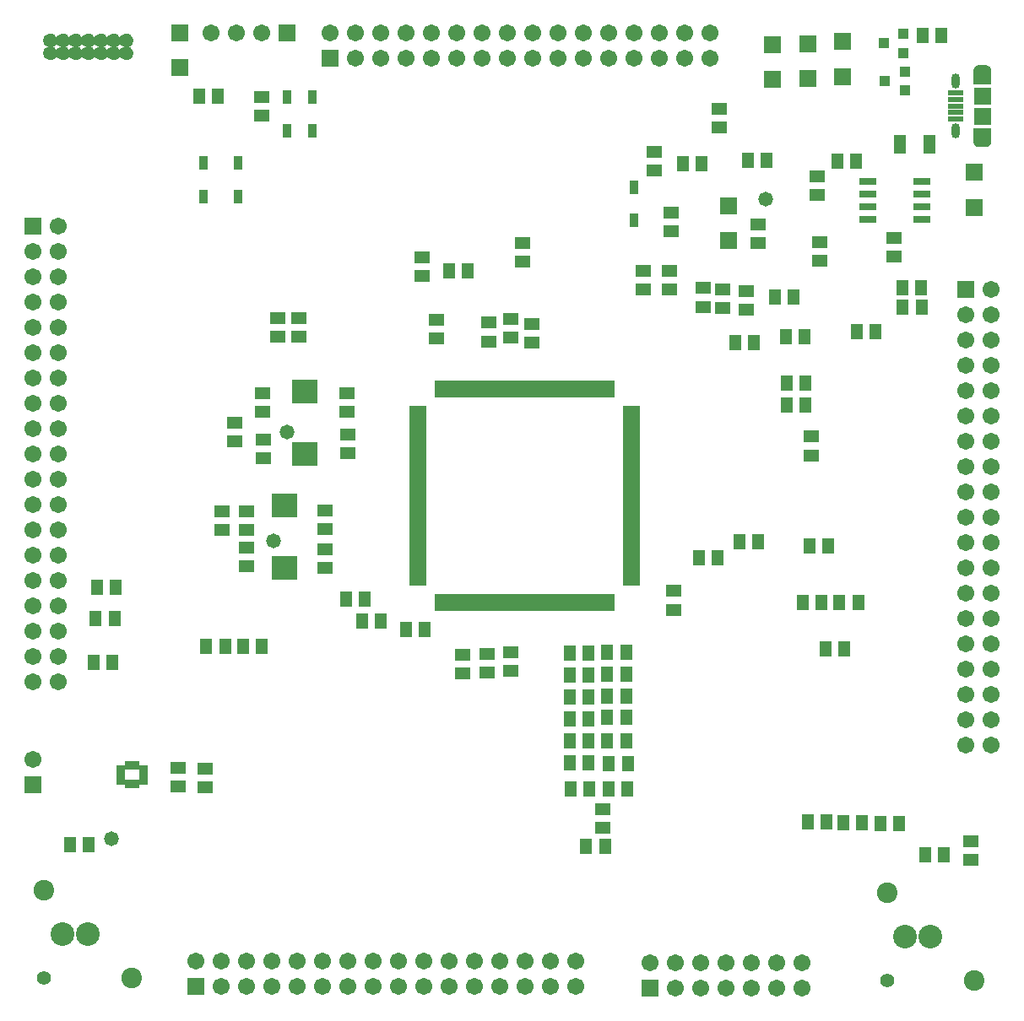
<source format=gts>
%FSTAX23Y23*%
%MOIN*%
%SFA1B1*%

%IPPOS*%
%ADD33C,0.000000*%
%ADD34R,0.063000X0.048000*%
%ADD35R,0.032020X0.021780*%
%ADD36R,0.021780X0.032020*%
%ADD37R,0.048000X0.063000*%
%ADD38R,0.065090X0.019810*%
%ADD39R,0.019810X0.065090*%
%ADD40R,0.043430X0.039500*%
%ADD41R,0.065090X0.031620*%
%ADD42R,0.067060X0.067060*%
%ADD43R,0.038000X0.056000*%
%ADD44R,0.102490X0.094610*%
%ADD45R,0.061150X0.023750*%
%ADD46R,0.069020X0.067060*%
%ADD47R,0.049340X0.075720*%
%ADD48C,0.067060*%
%ADD49R,0.067060X0.067060*%
%ADD50C,0.053000*%
%ADD51O,0.033590X0.059180*%
%ADD52O,0.069020X0.038510*%
%ADD53C,0.081230*%
%ADD54C,0.055240*%
%ADD55C,0.093630*%
%ADD56C,0.058000*%
%LNnucleoclone-1*%
%LPD*%
G36*
X0378Y03413D02*
Y03468D01*
X03849*
Y03413*
X03849Y03412*
X03849Y03411*
X03849Y0341*
X03848Y03409*
X03848Y03408*
X03848Y03407*
X03848Y03406*
X03847Y03405*
X03847Y03404*
X03846Y03403*
X03846Y03402*
X03845Y03401*
X03845Y03401*
X03844Y034*
X03843Y03399*
X03842Y03398*
X03842Y03398*
X03841Y03397*
X0384Y03396*
X03839Y03396*
X03838Y03395*
X03837Y03395*
X03836Y03395*
X03835Y03394*
X03834Y03394*
X03833Y03394*
X03832Y03393*
X03831Y03393*
X0383Y03393*
X03829Y03393*
X038*
X03799Y03393*
X03798Y03393*
X03797Y03393*
X03796Y03394*
X03795Y03394*
X03794Y03394*
X03793Y03395*
X03792Y03395*
X03791Y03395*
X0379Y03396*
X03789Y03396*
X03788Y03397*
X03787Y03398*
X03787Y03398*
X03786Y03399*
X03785Y034*
X03784Y03401*
X03784Y03401*
X03783Y03402*
X03783Y03403*
X03782Y03404*
X03782Y03405*
X03781Y03406*
X03781Y03407*
X03781Y03408*
X0378Y03409*
X0378Y0341*
X0378Y03411*
X0378Y03412*
X0378Y03413*
G37*
G36*
X03849Y03696D02*
Y03641D01*
X0378*
Y03696*
X0378Y03697*
X0378Y03698*
X0378Y03699*
X0378Y037*
X03781Y03701*
X03781Y03702*
X03781Y03703*
X03782Y03704*
X03782Y03705*
X03783Y03706*
X03783Y03707*
X03784Y03708*
X03784Y03709*
X03785Y0371*
X03786Y0371*
X03787Y03711*
X03787Y03712*
X03788Y03712*
X03789Y03713*
X0379Y03713*
X03791Y03714*
X03792Y03714*
X03793Y03715*
X03794Y03715*
X03795Y03715*
X03796Y03716*
X03797Y03716*
X03798Y03716*
X03799Y03716*
X038Y03716*
X03829*
X0383Y03716*
X03831Y03716*
X03832Y03716*
X03833Y03716*
X03834Y03715*
X03835Y03715*
X03836Y03715*
X03837Y03714*
X03838Y03714*
X03839Y03713*
X0384Y03713*
X03841Y03712*
X03842Y03712*
X03842Y03711*
X03843Y0371*
X03844Y0371*
X03845Y03709*
X03845Y03708*
X03846Y03707*
X03846Y03706*
X03847Y03705*
X03847Y03704*
X03848Y03703*
X03848Y03702*
X03848Y03701*
X03848Y037*
X03849Y03699*
X03849Y03698*
X03849Y03697*
X03849Y03696*
G37*
G54D33*
X00157Y03765D02*
D01*
X00157Y03767*
X00157Y03769*
X00157Y03771*
X00157Y03772*
X00156Y03774*
X00155Y03775*
X00155Y03777*
X00154Y03778*
X00153Y0378*
X00152Y03781*
X00151Y03782*
X00149Y03784*
X00148Y03785*
X00147Y03786*
X00145Y03787*
X00144Y03787*
X00142Y03788*
X00141Y03789*
X00139Y03789*
X00137Y0379*
X00136Y0379*
X00134Y0379*
X00132*
X0013Y0379*
X00129Y0379*
X00127Y03789*
X00125Y03789*
X00124Y03788*
X00122Y03787*
X00121Y03787*
X00119Y03786*
X00118Y03785*
X00117Y03784*
X00115Y03782*
X00114Y03781*
X00113Y0378*
X00112Y03778*
X00111Y03777*
X00111Y03775*
X0011Y03774*
X00109Y03772*
X00109Y03771*
X00109Y03769*
X00109Y03767*
X00108Y03765*
X00109Y03764*
X00109Y03762*
X00109Y0376*
X00109Y03759*
X0011Y03757*
X00111Y03755*
X00111Y03754*
X00112Y03752*
X00113Y03751*
X00114Y0375*
X00115Y03748*
X00117Y03747*
X00118Y03746*
X00119Y03745*
X00121Y03744*
X00122Y03743*
X00124Y03743*
X00125Y03742*
X00127Y03742*
X00129Y03741*
X0013Y03741*
X00132Y03741*
X00134*
X00136Y03741*
X00137Y03741*
X00139Y03742*
X00141Y03742*
X00142Y03743*
X00144Y03743*
X00145Y03744*
X00147Y03745*
X00148Y03746*
X00149Y03747*
X00151Y03748*
X00152Y0375*
X00153Y03751*
X00154Y03752*
X00155Y03754*
X00155Y03755*
X00156Y03757*
X00157Y03759*
X00157Y0376*
X00157Y03762*
X00157Y03764*
X00157Y03765*
Y03815D02*
D01*
X00157Y03817*
X00157Y03819*
X00157Y03821*
X00157Y03822*
X00156Y03824*
X00155Y03825*
X00155Y03827*
X00154Y03828*
X00153Y0383*
X00152Y03831*
X00151Y03832*
X00149Y03834*
X00148Y03835*
X00147Y03836*
X00145Y03837*
X00144Y03837*
X00142Y03838*
X00141Y03839*
X00139Y03839*
X00137Y0384*
X00136Y0384*
X00134Y0384*
X00132*
X0013Y0384*
X00129Y0384*
X00127Y03839*
X00125Y03839*
X00124Y03838*
X00122Y03837*
X00121Y03837*
X00119Y03836*
X00118Y03835*
X00117Y03834*
X00115Y03832*
X00114Y03831*
X00113Y0383*
X00112Y03828*
X00111Y03827*
X00111Y03825*
X0011Y03824*
X00109Y03822*
X00109Y03821*
X00109Y03819*
X00109Y03817*
X00108Y03815*
X00109Y03814*
X00109Y03812*
X00109Y0381*
X00109Y03809*
X0011Y03807*
X00111Y03805*
X00111Y03804*
X00112Y03802*
X00113Y03801*
X00114Y038*
X00115Y03798*
X00117Y03797*
X00118Y03796*
X00119Y03795*
X00121Y03794*
X00122Y03793*
X00124Y03793*
X00125Y03792*
X00127Y03792*
X00129Y03791*
X0013Y03791*
X00132Y03791*
X00134*
X00136Y03791*
X00137Y03791*
X00139Y03792*
X00141Y03792*
X00142Y03793*
X00144Y03793*
X00145Y03794*
X00147Y03795*
X00148Y03796*
X00149Y03797*
X00151Y03798*
X00152Y038*
X00153Y03801*
X00154Y03802*
X00155Y03804*
X00155Y03805*
X00156Y03807*
X00157Y03809*
X00157Y0381*
X00157Y03812*
X00157Y03814*
X00157Y03815*
X00207Y03765D02*
D01*
X00207Y03767*
X00207Y03769*
X00207Y03771*
X00207Y03772*
X00206Y03774*
X00205Y03775*
X00205Y03777*
X00204Y03778*
X00203Y0378*
X00202Y03781*
X00201Y03782*
X00199Y03784*
X00198Y03785*
X00197Y03786*
X00195Y03787*
X00194Y03787*
X00192Y03788*
X00191Y03789*
X00189Y03789*
X00187Y0379*
X00186Y0379*
X00184Y0379*
X00182*
X0018Y0379*
X00179Y0379*
X00177Y03789*
X00175Y03789*
X00174Y03788*
X00172Y03787*
X00171Y03787*
X00169Y03786*
X00168Y03785*
X00167Y03784*
X00165Y03782*
X00164Y03781*
X00163Y0378*
X00162Y03778*
X00161Y03777*
X00161Y03775*
X0016Y03774*
X00159Y03772*
X00159Y03771*
X00159Y03769*
X00159Y03767*
X00158Y03765*
X00159Y03764*
X00159Y03762*
X00159Y0376*
X00159Y03759*
X0016Y03757*
X00161Y03755*
X00161Y03754*
X00162Y03752*
X00163Y03751*
X00164Y0375*
X00165Y03748*
X00167Y03747*
X00168Y03746*
X00169Y03745*
X00171Y03744*
X00172Y03743*
X00174Y03743*
X00175Y03742*
X00177Y03742*
X00179Y03741*
X0018Y03741*
X00182Y03741*
X00184*
X00186Y03741*
X00187Y03741*
X00189Y03742*
X00191Y03742*
X00192Y03743*
X00194Y03743*
X00195Y03744*
X00197Y03745*
X00198Y03746*
X00199Y03747*
X00201Y03748*
X00202Y0375*
X00203Y03751*
X00204Y03752*
X00205Y03754*
X00205Y03755*
X00206Y03757*
X00207Y03759*
X00207Y0376*
X00207Y03762*
X00207Y03764*
X00207Y03765*
Y03815D02*
D01*
X00207Y03817*
X00207Y03819*
X00207Y03821*
X00207Y03822*
X00206Y03824*
X00205Y03825*
X00205Y03827*
X00204Y03828*
X00203Y0383*
X00202Y03831*
X00201Y03832*
X00199Y03834*
X00198Y03835*
X00197Y03836*
X00195Y03837*
X00194Y03837*
X00192Y03838*
X00191Y03839*
X00189Y03839*
X00187Y0384*
X00186Y0384*
X00184Y0384*
X00182*
X0018Y0384*
X00179Y0384*
X00177Y03839*
X00175Y03839*
X00174Y03838*
X00172Y03837*
X00171Y03837*
X00169Y03836*
X00168Y03835*
X00167Y03834*
X00165Y03832*
X00164Y03831*
X00163Y0383*
X00162Y03828*
X00161Y03827*
X00161Y03825*
X0016Y03824*
X00159Y03822*
X00159Y03821*
X00159Y03819*
X00159Y03817*
X00158Y03815*
X00159Y03814*
X00159Y03812*
X00159Y0381*
X00159Y03809*
X0016Y03807*
X00161Y03805*
X00161Y03804*
X00162Y03802*
X00163Y03801*
X00164Y038*
X00165Y03798*
X00167Y03797*
X00168Y03796*
X00169Y03795*
X00171Y03794*
X00172Y03793*
X00174Y03793*
X00175Y03792*
X00177Y03792*
X00179Y03791*
X0018Y03791*
X00182Y03791*
X00184*
X00186Y03791*
X00187Y03791*
X00189Y03792*
X00191Y03792*
X00192Y03793*
X00194Y03793*
X00195Y03794*
X00197Y03795*
X00198Y03796*
X00199Y03797*
X00201Y03798*
X00202Y038*
X00203Y03801*
X00204Y03802*
X00205Y03804*
X00205Y03805*
X00206Y03807*
X00207Y03809*
X00207Y0381*
X00207Y03812*
X00207Y03814*
X00207Y03815*
X00257Y03765D02*
D01*
X00257Y03767*
X00257Y03769*
X00257Y03771*
X00257Y03772*
X00256Y03774*
X00255Y03775*
X00255Y03777*
X00254Y03778*
X00253Y0378*
X00252Y03781*
X00251Y03782*
X00249Y03784*
X00248Y03785*
X00247Y03786*
X00245Y03787*
X00244Y03787*
X00242Y03788*
X00241Y03789*
X00239Y03789*
X00237Y0379*
X00236Y0379*
X00234Y0379*
X00232*
X0023Y0379*
X00229Y0379*
X00227Y03789*
X00225Y03789*
X00224Y03788*
X00222Y03787*
X00221Y03787*
X00219Y03786*
X00218Y03785*
X00217Y03784*
X00215Y03782*
X00214Y03781*
X00213Y0378*
X00212Y03778*
X00211Y03777*
X00211Y03775*
X0021Y03774*
X00209Y03772*
X00209Y03771*
X00209Y03769*
X00209Y03767*
X00208Y03765*
X00209Y03764*
X00209Y03762*
X00209Y0376*
X00209Y03759*
X0021Y03757*
X00211Y03755*
X00211Y03754*
X00212Y03752*
X00213Y03751*
X00214Y0375*
X00215Y03748*
X00217Y03747*
X00218Y03746*
X00219Y03745*
X00221Y03744*
X00222Y03743*
X00224Y03743*
X00225Y03742*
X00227Y03742*
X00229Y03741*
X0023Y03741*
X00232Y03741*
X00234*
X00236Y03741*
X00237Y03741*
X00239Y03742*
X00241Y03742*
X00242Y03743*
X00244Y03743*
X00245Y03744*
X00247Y03745*
X00248Y03746*
X00249Y03747*
X00251Y03748*
X00252Y0375*
X00253Y03751*
X00254Y03752*
X00255Y03754*
X00255Y03755*
X00256Y03757*
X00257Y03759*
X00257Y0376*
X00257Y03762*
X00257Y03764*
X00257Y03765*
Y03815D02*
D01*
X00257Y03817*
X00257Y03819*
X00257Y03821*
X00257Y03822*
X00256Y03824*
X00255Y03825*
X00255Y03827*
X00254Y03828*
X00253Y0383*
X00252Y03831*
X00251Y03832*
X00249Y03834*
X00248Y03835*
X00247Y03836*
X00245Y03837*
X00244Y03837*
X00242Y03838*
X00241Y03839*
X00239Y03839*
X00237Y0384*
X00236Y0384*
X00234Y0384*
X00232*
X0023Y0384*
X00229Y0384*
X00227Y03839*
X00225Y03839*
X00224Y03838*
X00222Y03837*
X00221Y03837*
X00219Y03836*
X00218Y03835*
X00217Y03834*
X00215Y03832*
X00214Y03831*
X00213Y0383*
X00212Y03828*
X00211Y03827*
X00211Y03825*
X0021Y03824*
X00209Y03822*
X00209Y03821*
X00209Y03819*
X00209Y03817*
X00208Y03815*
X00209Y03814*
X00209Y03812*
X00209Y0381*
X00209Y03809*
X0021Y03807*
X00211Y03805*
X00211Y03804*
X00212Y03802*
X00213Y03801*
X00214Y038*
X00215Y03798*
X00217Y03797*
X00218Y03796*
X00219Y03795*
X00221Y03794*
X00222Y03793*
X00224Y03793*
X00225Y03792*
X00227Y03792*
X00229Y03791*
X0023Y03791*
X00232Y03791*
X00234*
X00236Y03791*
X00237Y03791*
X00239Y03792*
X00241Y03792*
X00242Y03793*
X00244Y03793*
X00245Y03794*
X00247Y03795*
X00248Y03796*
X00249Y03797*
X00251Y03798*
X00252Y038*
X00253Y03801*
X00254Y03802*
X00255Y03804*
X00255Y03805*
X00256Y03807*
X00257Y03809*
X00257Y0381*
X00257Y03812*
X00257Y03814*
X00257Y03815*
X00307Y03765D02*
D01*
X00307Y03767*
X00307Y03769*
X00307Y03771*
X00307Y03772*
X00306Y03774*
X00305Y03775*
X00305Y03777*
X00304Y03778*
X00303Y0378*
X00302Y03781*
X00301Y03782*
X00299Y03784*
X00298Y03785*
X00297Y03786*
X00295Y03787*
X00294Y03787*
X00292Y03788*
X00291Y03789*
X00289Y03789*
X00287Y0379*
X00286Y0379*
X00284Y0379*
X00282*
X0028Y0379*
X00279Y0379*
X00277Y03789*
X00275Y03789*
X00274Y03788*
X00272Y03787*
X00271Y03787*
X00269Y03786*
X00268Y03785*
X00267Y03784*
X00265Y03782*
X00264Y03781*
X00263Y0378*
X00262Y03778*
X00261Y03777*
X00261Y03775*
X0026Y03774*
X00259Y03772*
X00259Y03771*
X00259Y03769*
X00259Y03767*
X00258Y03765*
X00259Y03764*
X00259Y03762*
X00259Y0376*
X00259Y03759*
X0026Y03757*
X00261Y03755*
X00261Y03754*
X00262Y03752*
X00263Y03751*
X00264Y0375*
X00265Y03748*
X00267Y03747*
X00268Y03746*
X00269Y03745*
X00271Y03744*
X00272Y03743*
X00274Y03743*
X00275Y03742*
X00277Y03742*
X00279Y03741*
X0028Y03741*
X00282Y03741*
X00284*
X00286Y03741*
X00287Y03741*
X00289Y03742*
X00291Y03742*
X00292Y03743*
X00294Y03743*
X00295Y03744*
X00297Y03745*
X00298Y03746*
X00299Y03747*
X00301Y03748*
X00302Y0375*
X00303Y03751*
X00304Y03752*
X00305Y03754*
X00305Y03755*
X00306Y03757*
X00307Y03759*
X00307Y0376*
X00307Y03762*
X00307Y03764*
X00307Y03765*
Y03815D02*
D01*
X00307Y03817*
X00307Y03819*
X00307Y03821*
X00307Y03822*
X00306Y03824*
X00305Y03825*
X00305Y03827*
X00304Y03828*
X00303Y0383*
X00302Y03831*
X00301Y03832*
X00299Y03834*
X00298Y03835*
X00297Y03836*
X00295Y03837*
X00294Y03837*
X00292Y03838*
X00291Y03839*
X00289Y03839*
X00287Y0384*
X00286Y0384*
X00284Y0384*
X00282*
X0028Y0384*
X00279Y0384*
X00277Y03839*
X00275Y03839*
X00274Y03838*
X00272Y03837*
X00271Y03837*
X00269Y03836*
X00268Y03835*
X00267Y03834*
X00265Y03832*
X00264Y03831*
X00263Y0383*
X00262Y03828*
X00261Y03827*
X00261Y03825*
X0026Y03824*
X00259Y03822*
X00259Y03821*
X00259Y03819*
X00259Y03817*
X00258Y03815*
X00259Y03814*
X00259Y03812*
X00259Y0381*
X00259Y03809*
X0026Y03807*
X00261Y03805*
X00261Y03804*
X00262Y03802*
X00263Y03801*
X00264Y038*
X00265Y03798*
X00267Y03797*
X00268Y03796*
X00269Y03795*
X00271Y03794*
X00272Y03793*
X00274Y03793*
X00275Y03792*
X00277Y03792*
X00279Y03791*
X0028Y03791*
X00282Y03791*
X00284*
X00286Y03791*
X00287Y03791*
X00289Y03792*
X00291Y03792*
X00292Y03793*
X00294Y03793*
X00295Y03794*
X00297Y03795*
X00298Y03796*
X00299Y03797*
X00301Y03798*
X00302Y038*
X00303Y03801*
X00304Y03802*
X00305Y03804*
X00305Y03805*
X00306Y03807*
X00307Y03809*
X00307Y0381*
X00307Y03812*
X00307Y03814*
X00307Y03815*
X00357Y03765D02*
D01*
X00357Y03767*
X00357Y03769*
X00357Y03771*
X00357Y03772*
X00356Y03774*
X00355Y03775*
X00355Y03777*
X00354Y03778*
X00353Y0378*
X00352Y03781*
X00351Y03782*
X00349Y03784*
X00348Y03785*
X00347Y03786*
X00345Y03787*
X00344Y03787*
X00342Y03788*
X00341Y03789*
X00339Y03789*
X00337Y0379*
X00336Y0379*
X00334Y0379*
X00332*
X0033Y0379*
X00329Y0379*
X00327Y03789*
X00325Y03789*
X00324Y03788*
X00322Y03787*
X00321Y03787*
X00319Y03786*
X00318Y03785*
X00317Y03784*
X00315Y03782*
X00314Y03781*
X00313Y0378*
X00312Y03778*
X00311Y03777*
X00311Y03775*
X0031Y03774*
X00309Y03772*
X00309Y03771*
X00309Y03769*
X00309Y03767*
X00308Y03765*
X00309Y03764*
X00309Y03762*
X00309Y0376*
X00309Y03759*
X0031Y03757*
X00311Y03755*
X00311Y03754*
X00312Y03752*
X00313Y03751*
X00314Y0375*
X00315Y03748*
X00317Y03747*
X00318Y03746*
X00319Y03745*
X00321Y03744*
X00322Y03743*
X00324Y03743*
X00325Y03742*
X00327Y03742*
X00329Y03741*
X0033Y03741*
X00332Y03741*
X00334*
X00336Y03741*
X00337Y03741*
X00339Y03742*
X00341Y03742*
X00342Y03743*
X00344Y03743*
X00345Y03744*
X00347Y03745*
X00348Y03746*
X00349Y03747*
X00351Y03748*
X00352Y0375*
X00353Y03751*
X00354Y03752*
X00355Y03754*
X00355Y03755*
X00356Y03757*
X00357Y03759*
X00357Y0376*
X00357Y03762*
X00357Y03764*
X00357Y03765*
Y03815D02*
D01*
X00357Y03817*
X00357Y03819*
X00357Y03821*
X00357Y03822*
X00356Y03824*
X00355Y03825*
X00355Y03827*
X00354Y03828*
X00353Y0383*
X00352Y03831*
X00351Y03832*
X00349Y03834*
X00348Y03835*
X00347Y03836*
X00345Y03837*
X00344Y03837*
X00342Y03838*
X00341Y03839*
X00339Y03839*
X00337Y0384*
X00336Y0384*
X00334Y0384*
X00332*
X0033Y0384*
X00329Y0384*
X00327Y03839*
X00325Y03839*
X00324Y03838*
X00322Y03837*
X00321Y03837*
X00319Y03836*
X00318Y03835*
X00317Y03834*
X00315Y03832*
X00314Y03831*
X00313Y0383*
X00312Y03828*
X00311Y03827*
X00311Y03825*
X0031Y03824*
X00309Y03822*
X00309Y03821*
X00309Y03819*
X00309Y03817*
X00308Y03815*
X00309Y03814*
X00309Y03812*
X00309Y0381*
X00309Y03809*
X0031Y03807*
X00311Y03805*
X00311Y03804*
X00312Y03802*
X00313Y03801*
X00314Y038*
X00315Y03798*
X00317Y03797*
X00318Y03796*
X00319Y03795*
X00321Y03794*
X00322Y03793*
X00324Y03793*
X00325Y03792*
X00327Y03792*
X00329Y03791*
X0033Y03791*
X00332Y03791*
X00334*
X00336Y03791*
X00337Y03791*
X00339Y03792*
X00341Y03792*
X00342Y03793*
X00344Y03793*
X00345Y03794*
X00347Y03795*
X00348Y03796*
X00349Y03797*
X00351Y03798*
X00352Y038*
X00353Y03801*
X00354Y03802*
X00355Y03804*
X00355Y03805*
X00356Y03807*
X00357Y03809*
X00357Y0381*
X00357Y03812*
X00357Y03814*
X00357Y03815*
X00407Y03765D02*
D01*
X00407Y03767*
X00407Y03769*
X00407Y03771*
X00407Y03772*
X00406Y03774*
X00405Y03775*
X00405Y03777*
X00404Y03778*
X00403Y0378*
X00402Y03781*
X00401Y03782*
X00399Y03784*
X00398Y03785*
X00397Y03786*
X00395Y03787*
X00394Y03787*
X00392Y03788*
X00391Y03789*
X00389Y03789*
X00387Y0379*
X00386Y0379*
X00384Y0379*
X00382*
X0038Y0379*
X00379Y0379*
X00377Y03789*
X00375Y03789*
X00374Y03788*
X00372Y03787*
X00371Y03787*
X00369Y03786*
X00368Y03785*
X00367Y03784*
X00365Y03782*
X00364Y03781*
X00363Y0378*
X00362Y03778*
X00361Y03777*
X00361Y03775*
X0036Y03774*
X00359Y03772*
X00359Y03771*
X00359Y03769*
X00359Y03767*
X00358Y03765*
X00359Y03764*
X00359Y03762*
X00359Y0376*
X00359Y03759*
X0036Y03757*
X00361Y03755*
X00361Y03754*
X00362Y03752*
X00363Y03751*
X00364Y0375*
X00365Y03748*
X00367Y03747*
X00368Y03746*
X00369Y03745*
X00371Y03744*
X00372Y03743*
X00374Y03743*
X00375Y03742*
X00377Y03742*
X00379Y03741*
X0038Y03741*
X00382Y03741*
X00384*
X00386Y03741*
X00387Y03741*
X00389Y03742*
X00391Y03742*
X00392Y03743*
X00394Y03743*
X00395Y03744*
X00397Y03745*
X00398Y03746*
X00399Y03747*
X00401Y03748*
X00402Y0375*
X00403Y03751*
X00404Y03752*
X00405Y03754*
X00405Y03755*
X00406Y03757*
X00407Y03759*
X00407Y0376*
X00407Y03762*
X00407Y03764*
X00407Y03765*
Y03815D02*
D01*
X00407Y03817*
X00407Y03819*
X00407Y03821*
X00407Y03822*
X00406Y03824*
X00405Y03825*
X00405Y03827*
X00404Y03828*
X00403Y0383*
X00402Y03831*
X00401Y03832*
X00399Y03834*
X00398Y03835*
X00397Y03836*
X00395Y03837*
X00394Y03837*
X00392Y03838*
X00391Y03839*
X00389Y03839*
X00387Y0384*
X00386Y0384*
X00384Y0384*
X00382*
X0038Y0384*
X00379Y0384*
X00377Y03839*
X00375Y03839*
X00374Y03838*
X00372Y03837*
X00371Y03837*
X00369Y03836*
X00368Y03835*
X00367Y03834*
X00365Y03832*
X00364Y03831*
X00363Y0383*
X00362Y03828*
X00361Y03827*
X00361Y03825*
X0036Y03824*
X00359Y03822*
X00359Y03821*
X00359Y03819*
X00359Y03817*
X00358Y03815*
X00359Y03814*
X00359Y03812*
X00359Y0381*
X00359Y03809*
X0036Y03807*
X00361Y03805*
X00361Y03804*
X00362Y03802*
X00363Y03801*
X00364Y038*
X00365Y03798*
X00367Y03797*
X00368Y03796*
X00369Y03795*
X00371Y03794*
X00372Y03793*
X00374Y03793*
X00375Y03792*
X00377Y03792*
X00379Y03791*
X0038Y03791*
X00382Y03791*
X00384*
X00386Y03791*
X00387Y03791*
X00389Y03792*
X00391Y03792*
X00392Y03793*
X00394Y03793*
X00395Y03794*
X00397Y03795*
X00398Y03796*
X00399Y03797*
X00401Y03798*
X00402Y038*
X00403Y03801*
X00404Y03802*
X00405Y03804*
X00405Y03805*
X00406Y03807*
X00407Y03809*
X00407Y0381*
X00407Y03812*
X00407Y03814*
X00407Y03815*
X00457Y03765D02*
D01*
X00457Y03767*
X00457Y03769*
X00457Y03771*
X00457Y03772*
X00456Y03774*
X00455Y03775*
X00455Y03777*
X00454Y03778*
X00453Y0378*
X00452Y03781*
X00451Y03782*
X00449Y03784*
X00448Y03785*
X00447Y03786*
X00445Y03787*
X00444Y03787*
X00442Y03788*
X00441Y03789*
X00439Y03789*
X00437Y0379*
X00436Y0379*
X00434Y0379*
X00432*
X0043Y0379*
X00429Y0379*
X00427Y03789*
X00425Y03789*
X00424Y03788*
X00422Y03787*
X00421Y03787*
X00419Y03786*
X00418Y03785*
X00417Y03784*
X00415Y03782*
X00414Y03781*
X00413Y0378*
X00412Y03778*
X00411Y03777*
X00411Y03775*
X0041Y03774*
X00409Y03772*
X00409Y03771*
X00409Y03769*
X00409Y03767*
X00408Y03765*
X00409Y03764*
X00409Y03762*
X00409Y0376*
X00409Y03759*
X0041Y03757*
X00411Y03755*
X00411Y03754*
X00412Y03752*
X00413Y03751*
X00414Y0375*
X00415Y03748*
X00417Y03747*
X00418Y03746*
X00419Y03745*
X00421Y03744*
X00422Y03743*
X00424Y03743*
X00425Y03742*
X00427Y03742*
X00429Y03741*
X0043Y03741*
X00432Y03741*
X00434*
X00436Y03741*
X00437Y03741*
X00439Y03742*
X00441Y03742*
X00442Y03743*
X00444Y03743*
X00445Y03744*
X00447Y03745*
X00448Y03746*
X00449Y03747*
X00451Y03748*
X00452Y0375*
X00453Y03751*
X00454Y03752*
X00455Y03754*
X00455Y03755*
X00456Y03757*
X00457Y03759*
X00457Y0376*
X00457Y03762*
X00457Y03764*
X00457Y03765*
Y03815D02*
D01*
X00457Y03817*
X00457Y03819*
X00457Y03821*
X00457Y03822*
X00456Y03824*
X00455Y03825*
X00455Y03827*
X00454Y03828*
X00453Y0383*
X00452Y03831*
X00451Y03832*
X00449Y03834*
X00448Y03835*
X00447Y03836*
X00445Y03837*
X00444Y03837*
X00442Y03838*
X00441Y03839*
X00439Y03839*
X00437Y0384*
X00436Y0384*
X00434Y0384*
X00432*
X0043Y0384*
X00429Y0384*
X00427Y03839*
X00425Y03839*
X00424Y03838*
X00422Y03837*
X00421Y03837*
X00419Y03836*
X00418Y03835*
X00417Y03834*
X00415Y03832*
X00414Y03831*
X00413Y0383*
X00412Y03828*
X00411Y03827*
X00411Y03825*
X0041Y03824*
X00409Y03822*
X00409Y03821*
X00409Y03819*
X00409Y03817*
X00408Y03815*
X00409Y03814*
X00409Y03812*
X00409Y0381*
X00409Y03809*
X0041Y03807*
X00411Y03805*
X00411Y03804*
X00412Y03802*
X00413Y03801*
X00414Y038*
X00415Y03798*
X00417Y03797*
X00418Y03796*
X00419Y03795*
X00421Y03794*
X00422Y03793*
X00424Y03793*
X00425Y03792*
X00427Y03792*
X00429Y03791*
X0043Y03791*
X00432Y03791*
X00434*
X00436Y03791*
X00437Y03791*
X00439Y03792*
X00441Y03792*
X00442Y03793*
X00444Y03793*
X00445Y03794*
X00447Y03795*
X00448Y03796*
X00449Y03797*
X00451Y03798*
X00452Y038*
X00453Y03801*
X00454Y03802*
X00455Y03804*
X00455Y03805*
X00456Y03807*
X00457Y03809*
X00457Y0381*
X00457Y03812*
X00457Y03814*
X00457Y03815*
G54D34*
X00744Y00864D03*
Y00938D03*
X00637Y00866D03*
Y0094D03*
X03767Y00577D03*
Y00651D03*
X03137Y02175D03*
Y02249D03*
X02594Y01565D03*
Y01639D03*
X03161Y03203D03*
Y03277D03*
X02586Y03061D03*
Y03135D03*
X02578Y02904D03*
Y0283D03*
X02476Y02829D03*
Y02903D03*
X01657Y0271D03*
Y02636D03*
X02Y02939D03*
Y03013D03*
X0131Y02183D03*
Y02257D03*
X01306Y02422D03*
Y02348D03*
X02314Y00703D03*
Y00777D03*
X00971Y02422D03*
Y02348D03*
X00975Y02163D03*
Y02237D03*
X00862Y02304D03*
Y0223D03*
X00811Y0188D03*
Y01954D03*
X0122Y0173D03*
Y01804D03*
X00909Y01954D03*
Y0188D03*
Y01738D03*
Y01812D03*
X01031Y02644D03*
Y02718D03*
X01114D03*
Y02644D03*
X03464Y02959D03*
Y03033D03*
X02881Y0275D03*
Y02824D03*
X02787Y02758D03*
Y02832D03*
X02712Y02762D03*
Y02836D03*
X01952Y01397D03*
Y01323D03*
X01858Y01391D03*
Y01317D03*
X01763Y01387D03*
Y01313D03*
X01866Y02699D03*
Y02625D03*
X01602Y02958D03*
Y02884D03*
X01952Y0264D03*
Y02714D03*
X02035Y0262D03*
Y02694D03*
X0097Y03518D03*
Y03592D03*
X02929Y03088D03*
Y03014D03*
X02775Y03544D03*
Y0347D03*
X02519Y03375D03*
Y03301D03*
X03173Y03017D03*
Y02943D03*
X0122Y01884D03*
Y01958D03*
G54D35*
X00411Y00883D03*
Y00903D03*
Y00923D03*
Y00942D03*
X00502Y00883D03*
Y00903D03*
Y00923D03*
Y00942D03*
G54D36*
X00476Y00877D03*
X00456D03*
X00437D03*
X00476Y00949D03*
X00456D03*
X00437D03*
G54D37*
X03266Y00724D03*
X0334D03*
X03411Y0072D03*
X03485D03*
X03269Y01409D03*
X03195D03*
X02407Y01397D03*
X02333D03*
X03317Y02665D03*
X03391D03*
X03577Y03834D03*
X03651D03*
X03242Y03338D03*
X03316D03*
X00722Y03594D03*
X00796D03*
X01707Y02905D03*
X01781D03*
X0225Y00629D03*
X02324D03*
X02187Y00858D03*
X02261D03*
X02414Y00958D03*
X0234D03*
X02411Y00858D03*
X02337D03*
X00391Y01653D03*
X00317D03*
X0325Y01594D03*
X03324D03*
X03104D03*
X03178D03*
X0075Y01421D03*
X00824D03*
X0097D03*
X00896D03*
X00305Y01358D03*
X00379D03*
X00313Y0153D03*
X00387D03*
X035Y02762D03*
X03574D03*
X02994Y02799D03*
X03068D03*
X02837Y02622D03*
X02911D03*
X03041Y0246D03*
X03115D03*
X03111Y02645D03*
X03037D03*
X03572Y02838D03*
X03498D03*
X03041Y02374D03*
X03115D03*
X01364Y01519D03*
X01438D03*
X01375Y01606D03*
X01301D03*
X03132Y01818D03*
X03206D03*
X02407Y01311D03*
X02333D03*
X02185Y01221D03*
X02259D03*
X02407Y01224D03*
X02333D03*
X02407Y01141D03*
X02333D03*
X02185Y01134D03*
X02259D03*
X02407Y01047D03*
X02333D03*
X02185Y01047D03*
X02259D03*
X02185Y0096D03*
X02259D03*
X01537Y01488D03*
X01611D03*
X02706Y03326D03*
X02632D03*
X02259Y01395D03*
X02185D03*
X02259Y01308D03*
X02185D03*
X03588Y00598D03*
X03662D03*
X03198Y00728D03*
X03124D03*
X00211Y00637D03*
X00285D03*
X0293Y01834D03*
X02856D03*
X02695Y01771D03*
X02769D03*
X02962Y03342D03*
X02888D03*
G54D38*
X01585Y0236D03*
Y0234D03*
Y0232D03*
Y02301D03*
Y02281D03*
Y02261D03*
Y02242D03*
Y02222D03*
Y02202D03*
Y02183D03*
Y02163D03*
Y02143D03*
Y02124D03*
Y02104D03*
Y02084D03*
Y02064D03*
Y02045D03*
Y02025D03*
Y02005D03*
Y01986D03*
Y01966D03*
Y01946D03*
Y01927D03*
Y01907D03*
Y01887D03*
Y01868D03*
Y01848D03*
Y01828D03*
Y01809D03*
Y01789D03*
Y01769D03*
Y0175D03*
Y0173D03*
Y0171D03*
Y0169D03*
Y01671D03*
X0243D03*
Y0169D03*
Y0171D03*
Y0173D03*
Y0175D03*
Y01769D03*
Y01789D03*
Y01809D03*
Y01828D03*
Y01848D03*
Y01868D03*
Y01887D03*
Y01907D03*
Y01927D03*
Y01946D03*
Y01966D03*
Y01986D03*
Y02005D03*
Y02025D03*
Y02045D03*
Y02064D03*
Y02084D03*
Y02104D03*
Y02124D03*
Y02143D03*
Y02163D03*
Y02183D03*
Y02202D03*
Y02222D03*
Y02242D03*
Y02261D03*
Y02281D03*
Y02301D03*
Y0232D03*
Y0234D03*
Y0236D03*
G54D39*
X01663Y01593D03*
X01683D03*
X01702D03*
X01722D03*
X01742D03*
X01761D03*
X01781D03*
X01801D03*
X0182D03*
X0184D03*
X0186D03*
X01879D03*
X01899D03*
X01919D03*
X01938D03*
X01958D03*
X01978D03*
X01998D03*
X02017D03*
X02037D03*
X02057D03*
X02076D03*
X02096D03*
X02116D03*
X02135D03*
X02155D03*
X02175D03*
X02194D03*
X02214D03*
X02234D03*
X02253D03*
X02273D03*
X02293D03*
X02312D03*
X02332D03*
X02352D03*
Y02437D03*
X02332D03*
X02312D03*
X02293D03*
X02273D03*
X02253D03*
X02234D03*
X02214D03*
X02194D03*
X02175D03*
X02155D03*
X02135D03*
X02116D03*
X02096D03*
X02076D03*
X02057D03*
X02037D03*
X02017D03*
X01998D03*
X01978D03*
X01958D03*
X01938D03*
X01919D03*
X01899D03*
X01879D03*
X0186D03*
X0184D03*
X0182D03*
X01801D03*
X01781D03*
X01761D03*
X01742D03*
X01722D03*
X01702D03*
X01683D03*
X01663D03*
G54D40*
X03502Y03765D03*
Y0384D03*
X03424Y03803D03*
X03507Y03616D03*
Y0369D03*
X03429Y03653D03*
G54D41*
X03575Y03106D03*
Y03156D03*
Y03206D03*
Y03256D03*
X03361Y03106D03*
Y03156D03*
Y03206D03*
Y03256D03*
G54D42*
X02984Y03659D03*
Y03797D03*
X03125Y03663D03*
Y03801D03*
X03263Y03671D03*
Y03809D03*
X02811Y03023D03*
Y03161D03*
X00645Y03706D03*
Y03844D03*
X03783Y03155D03*
Y03293D03*
X00065Y00873D03*
X0375Y0283D03*
X00065Y03081D03*
G54D43*
X02437Y03103D03*
Y03235D03*
X0107Y03589D03*
Y03457D03*
X01169Y03589D03*
Y03457D03*
X0074Y03197D03*
Y03329D03*
X00874Y03197D03*
Y03329D03*
G54D44*
X01058Y01978D03*
Y0173D03*
X01137Y02179D03*
Y02427D03*
G54D45*
X03708Y03503D03*
Y03529D03*
Y03555D03*
Y0358D03*
Y03606D03*
G54D46*
X03814Y03515D03*
Y03594D03*
G54D47*
X03604Y03405D03*
X03489D03*
G54D48*
X00065Y00973D03*
X0385Y0283D03*
X0375Y0273D03*
X0385D03*
X0375Y0263D03*
X0385D03*
X0375Y0253D03*
X0385D03*
X0375Y0243D03*
X0385D03*
X0375Y0233D03*
X0385D03*
X0375Y0223D03*
X0385D03*
X0375Y0213D03*
X0385D03*
X0375Y0203D03*
X0385D03*
X0375Y0193D03*
X0385D03*
X0375Y0183D03*
X0385D03*
X0375Y0173D03*
X0385D03*
X0375Y0163D03*
X0385D03*
X0375Y0153D03*
X0385D03*
X0375Y0143D03*
X0385D03*
X0375Y0133D03*
X0385D03*
X0375Y0123D03*
X0385D03*
X0375Y0113D03*
X0385D03*
X0375Y0103D03*
X0385D03*
X0124Y03844D03*
X0134Y03744D03*
Y03844D03*
X0144Y03744D03*
Y03844D03*
X0154Y03744D03*
Y03844D03*
X0164Y03744D03*
Y03844D03*
X0174Y03744D03*
Y03844D03*
X0184Y03744D03*
Y03844D03*
X0194Y03744D03*
Y03844D03*
X0204Y03744D03*
Y03844D03*
X0214Y03744D03*
Y03844D03*
X0224Y03744D03*
Y03844D03*
X0234Y03744D03*
Y03844D03*
X0244Y03744D03*
Y03844D03*
X0254Y03744D03*
Y03844D03*
X0264Y03744D03*
Y03844D03*
X0274Y03744D03*
Y03844D03*
X03103Y0017D03*
Y0007D03*
X03003Y0017D03*
Y0007D03*
X02903Y0017D03*
Y0007D03*
X02803Y0017D03*
Y0007D03*
X02703Y0017D03*
Y0007D03*
X02603Y0017D03*
Y0007D03*
X02503Y0017D03*
X0097Y03844D03*
X0087D03*
X0077D03*
X00165Y01281D03*
X00065D03*
X00165Y01381D03*
X00065D03*
X00165Y01481D03*
X00065D03*
X00165Y01581D03*
X00065D03*
X00165Y01681D03*
X00065D03*
X00165Y01781D03*
X00065D03*
X00165Y01881D03*
X00065D03*
X00165Y01981D03*
X00065D03*
X00165Y02081D03*
X00065D03*
X00165Y02181D03*
X00065D03*
X00165Y02281D03*
X00065D03*
X00165Y02381D03*
X00065D03*
X00165Y02481D03*
X00065D03*
X00165Y02581D03*
X00065D03*
X00165Y02681D03*
X00065D03*
X00165Y02781D03*
X00065D03*
X00165Y02881D03*
X00065D03*
X00165Y02981D03*
X00065D03*
X00165Y03081D03*
X02208Y00178D03*
Y00078D03*
X02108Y00178D03*
Y00078D03*
X02008Y00178D03*
Y00078D03*
X01908Y00178D03*
Y00078D03*
X01808Y00178D03*
Y00078D03*
X01708Y00178D03*
Y00078D03*
X01608Y00178D03*
Y00078D03*
X01508Y00178D03*
Y00078D03*
X01408Y00178D03*
Y00078D03*
X01308Y00178D03*
Y00078D03*
X01208Y00178D03*
Y00078D03*
X01108Y00178D03*
Y00078D03*
X01008Y00178D03*
Y00078D03*
X00908Y00178D03*
Y00078D03*
X00808Y00178D03*
Y00078D03*
X00708Y00178D03*
G54D49*
X0124Y03744D03*
X02503Y0007D03*
X0107Y03844D03*
X00708Y00078D03*
G54D50*
X00133Y03765D03*
Y03815D03*
X00183Y03765D03*
Y03815D03*
X00233Y03765D03*
Y03815D03*
X00283Y03765D03*
Y03815D03*
X00333Y03765D03*
Y03815D03*
X00383Y03765D03*
Y03815D03*
X00433Y03765D03*
Y03815D03*
G54D51*
X03708Y03456D03*
Y03653D03*
G54D52*
X03814Y03417D03*
Y03692D03*
G54D53*
X03783Y00102D03*
X03437Y00448D03*
X00456Y0011D03*
X0011Y00456D03*
G54D54*
X03437Y00102D03*
X0011Y0011D03*
G54D55*
X0361Y00275D03*
X0351D03*
X00283Y00283D03*
X00183D03*
G54D56*
X0296Y03188D03*
X0107Y02267D03*
X01015Y01838D03*
X00374Y00661D03*
M02*
</source>
